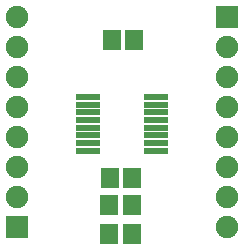
<source format=gts>
G04 DipTrace 3.0.0.2*
G04 MSP430FR2311_breakout.gts*
%MOIN*%
G04 #@! TF.FileFunction,Soldermask,Top*
G04 #@! TF.Part,Single*
%ADD27R,0.078866X0.023748*%
%ADD29C,0.074929*%
%ADD31R,0.074929X0.074929*%
%ADD33R,0.059181X0.067055*%
%FSLAX26Y26*%
G04*
G70*
G90*
G75*
G01*
G04 TopMask*
%LPD*%
D33*
X801598Y561598D3*
X876402D3*
X804000Y654000D3*
X878803D3*
X801598Y466598D3*
X876402D3*
D31*
X494000Y489000D3*
D29*
Y589000D3*
Y689000D3*
Y789000D3*
Y889000D3*
Y989000D3*
Y1089000D3*
Y1189000D3*
D31*
X1194000D3*
D29*
Y1089000D3*
Y989000D3*
Y889000D3*
Y789000D3*
Y689000D3*
Y589000D3*
Y489000D3*
D33*
X883803Y1114000D3*
X809000D3*
D27*
X729000Y923000D3*
Y897409D3*
Y871819D3*
Y846228D3*
Y820638D3*
Y795047D3*
Y769457D3*
Y743866D3*
X957354D3*
X957346Y769457D3*
Y795047D3*
Y820638D3*
Y846228D3*
Y871819D3*
Y897409D3*
Y923000D3*
M02*

</source>
